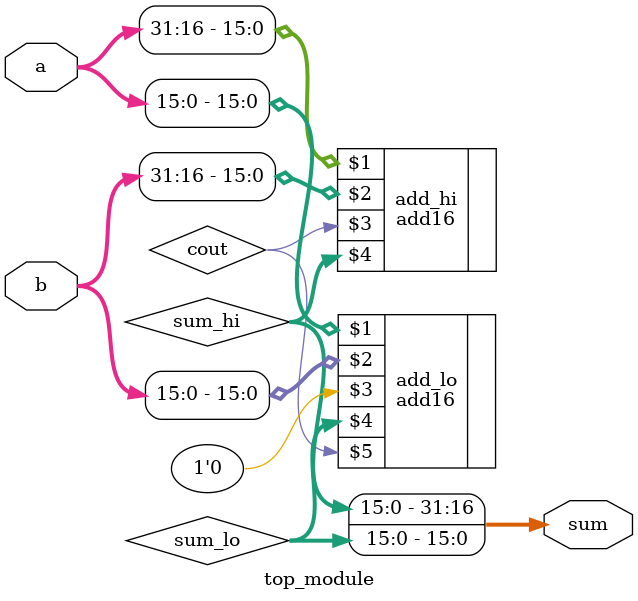
<source format=v>
module top_module(
    input [31:0] a,
    input [31:0] b,
    output [31:0] sum
);
    wire [15:0] sum_hi, sum_lo;
    wire cout;

//module add16 ( input[15:0] a, input[15:0] b, input cin, output[15:0] sum, output cout );    
    add16 add_lo (a[15:0], b[15:0], 1'b0, sum_lo,cout );
    add16 add_hi (a[31:16], b[31:16], cout, sum_hi, );

    assign sum = {sum_hi, sum_lo};

endmodule

</source>
